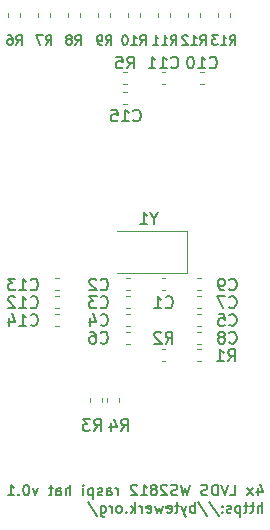
<source format=gbo>
G04 #@! TF.GenerationSoftware,KiCad,Pcbnew,5.0.0-rc2-unknown-dd436b6~65~ubuntu18.04.1*
G04 #@! TF.CreationDate,2018-06-27T22:19:06+02:00*
G04 #@! TF.ProjectId,raspi3-4xWS2812-lvds,7261737069332D34785753323831322D,rev?*
G04 #@! TF.SameCoordinates,Original*
G04 #@! TF.FileFunction,Legend,Bot*
G04 #@! TF.FilePolarity,Positive*
%FSLAX46Y46*%
G04 Gerber Fmt 4.6, Leading zero omitted, Abs format (unit mm)*
G04 Created by KiCad (PCBNEW 5.0.0-rc2-unknown-dd436b6~65~ubuntu18.04.1) date Wed Jun 27 22:19:06 2018*
%MOMM*%
%LPD*%
G01*
G04 APERTURE LIST*
%ADD10C,0.140000*%
%ADD11C,0.120000*%
%ADD12C,0.150000*%
G04 APERTURE END LIST*
D10*
X106959000Y-98012142D02*
X106959000Y-98612142D01*
X107173285Y-97669285D02*
X107387571Y-98312142D01*
X106830428Y-98312142D01*
X106573285Y-98612142D02*
X106101857Y-98012142D01*
X106573285Y-98012142D02*
X106101857Y-98612142D01*
X104644714Y-98612142D02*
X105073285Y-98612142D01*
X105073285Y-97712142D01*
X104473285Y-97712142D02*
X104173285Y-98612142D01*
X103873285Y-97712142D01*
X103573285Y-98612142D02*
X103573285Y-97712142D01*
X103359000Y-97712142D01*
X103230428Y-97755000D01*
X103144714Y-97840714D01*
X103101857Y-97926428D01*
X103059000Y-98097857D01*
X103059000Y-98226428D01*
X103101857Y-98397857D01*
X103144714Y-98483571D01*
X103230428Y-98569285D01*
X103359000Y-98612142D01*
X103573285Y-98612142D01*
X102716142Y-98569285D02*
X102587571Y-98612142D01*
X102373285Y-98612142D01*
X102287571Y-98569285D01*
X102244714Y-98526428D01*
X102201857Y-98440714D01*
X102201857Y-98355000D01*
X102244714Y-98269285D01*
X102287571Y-98226428D01*
X102373285Y-98183571D01*
X102544714Y-98140714D01*
X102630428Y-98097857D01*
X102673285Y-98055000D01*
X102716142Y-97969285D01*
X102716142Y-97883571D01*
X102673285Y-97797857D01*
X102630428Y-97755000D01*
X102544714Y-97712142D01*
X102330428Y-97712142D01*
X102201857Y-97755000D01*
X101216142Y-97712142D02*
X101001857Y-98612142D01*
X100830428Y-97969285D01*
X100659000Y-98612142D01*
X100444714Y-97712142D01*
X100144714Y-98569285D02*
X100016142Y-98612142D01*
X99801857Y-98612142D01*
X99716142Y-98569285D01*
X99673285Y-98526428D01*
X99630428Y-98440714D01*
X99630428Y-98355000D01*
X99673285Y-98269285D01*
X99716142Y-98226428D01*
X99801857Y-98183571D01*
X99973285Y-98140714D01*
X100059000Y-98097857D01*
X100101857Y-98055000D01*
X100144714Y-97969285D01*
X100144714Y-97883571D01*
X100101857Y-97797857D01*
X100059000Y-97755000D01*
X99973285Y-97712142D01*
X99759000Y-97712142D01*
X99630428Y-97755000D01*
X99287571Y-97797857D02*
X99244714Y-97755000D01*
X99159000Y-97712142D01*
X98944714Y-97712142D01*
X98859000Y-97755000D01*
X98816142Y-97797857D01*
X98773285Y-97883571D01*
X98773285Y-97969285D01*
X98816142Y-98097857D01*
X99330428Y-98612142D01*
X98773285Y-98612142D01*
X98259000Y-98097857D02*
X98344714Y-98055000D01*
X98387571Y-98012142D01*
X98430428Y-97926428D01*
X98430428Y-97883571D01*
X98387571Y-97797857D01*
X98344714Y-97755000D01*
X98259000Y-97712142D01*
X98087571Y-97712142D01*
X98001857Y-97755000D01*
X97959000Y-97797857D01*
X97916142Y-97883571D01*
X97916142Y-97926428D01*
X97959000Y-98012142D01*
X98001857Y-98055000D01*
X98087571Y-98097857D01*
X98259000Y-98097857D01*
X98344714Y-98140714D01*
X98387571Y-98183571D01*
X98430428Y-98269285D01*
X98430428Y-98440714D01*
X98387571Y-98526428D01*
X98344714Y-98569285D01*
X98259000Y-98612142D01*
X98087571Y-98612142D01*
X98001857Y-98569285D01*
X97959000Y-98526428D01*
X97916142Y-98440714D01*
X97916142Y-98269285D01*
X97959000Y-98183571D01*
X98001857Y-98140714D01*
X98087571Y-98097857D01*
X97059000Y-98612142D02*
X97573285Y-98612142D01*
X97316142Y-98612142D02*
X97316142Y-97712142D01*
X97401857Y-97840714D01*
X97487571Y-97926428D01*
X97573285Y-97969285D01*
X96716142Y-97797857D02*
X96673285Y-97755000D01*
X96587571Y-97712142D01*
X96373285Y-97712142D01*
X96287571Y-97755000D01*
X96244714Y-97797857D01*
X96201857Y-97883571D01*
X96201857Y-97969285D01*
X96244714Y-98097857D01*
X96759000Y-98612142D01*
X96201857Y-98612142D01*
X95130428Y-98612142D02*
X95130428Y-98012142D01*
X95130428Y-98183571D02*
X95087571Y-98097857D01*
X95044714Y-98055000D01*
X94959000Y-98012142D01*
X94873285Y-98012142D01*
X94187571Y-98612142D02*
X94187571Y-98140714D01*
X94230428Y-98055000D01*
X94316142Y-98012142D01*
X94487571Y-98012142D01*
X94573285Y-98055000D01*
X94187571Y-98569285D02*
X94273285Y-98612142D01*
X94487571Y-98612142D01*
X94573285Y-98569285D01*
X94616142Y-98483571D01*
X94616142Y-98397857D01*
X94573285Y-98312142D01*
X94487571Y-98269285D01*
X94273285Y-98269285D01*
X94187571Y-98226428D01*
X93801857Y-98569285D02*
X93716142Y-98612142D01*
X93544714Y-98612142D01*
X93459000Y-98569285D01*
X93416142Y-98483571D01*
X93416142Y-98440714D01*
X93459000Y-98355000D01*
X93544714Y-98312142D01*
X93673285Y-98312142D01*
X93759000Y-98269285D01*
X93801857Y-98183571D01*
X93801857Y-98140714D01*
X93759000Y-98055000D01*
X93673285Y-98012142D01*
X93544714Y-98012142D01*
X93459000Y-98055000D01*
X93030428Y-98012142D02*
X93030428Y-98912142D01*
X93030428Y-98055000D02*
X92944714Y-98012142D01*
X92773285Y-98012142D01*
X92687571Y-98055000D01*
X92644714Y-98097857D01*
X92601857Y-98183571D01*
X92601857Y-98440714D01*
X92644714Y-98526428D01*
X92687571Y-98569285D01*
X92773285Y-98612142D01*
X92944714Y-98612142D01*
X93030428Y-98569285D01*
X92216142Y-98612142D02*
X92216142Y-98012142D01*
X92216142Y-97712142D02*
X92259000Y-97755000D01*
X92216142Y-97797857D01*
X92173285Y-97755000D01*
X92216142Y-97712142D01*
X92216142Y-97797857D01*
X91101857Y-98612142D02*
X91101857Y-97712142D01*
X90716142Y-98612142D02*
X90716142Y-98140714D01*
X90759000Y-98055000D01*
X90844714Y-98012142D01*
X90973285Y-98012142D01*
X91059000Y-98055000D01*
X91101857Y-98097857D01*
X89901857Y-98612142D02*
X89901857Y-98140714D01*
X89944714Y-98055000D01*
X90030428Y-98012142D01*
X90201857Y-98012142D01*
X90287571Y-98055000D01*
X89901857Y-98569285D02*
X89987571Y-98612142D01*
X90201857Y-98612142D01*
X90287571Y-98569285D01*
X90330428Y-98483571D01*
X90330428Y-98397857D01*
X90287571Y-98312142D01*
X90201857Y-98269285D01*
X89987571Y-98269285D01*
X89901857Y-98226428D01*
X89601857Y-98012142D02*
X89259000Y-98012142D01*
X89473285Y-97712142D02*
X89473285Y-98483571D01*
X89430428Y-98569285D01*
X89344714Y-98612142D01*
X89259000Y-98612142D01*
X88359000Y-98012142D02*
X88144714Y-98612142D01*
X87930428Y-98012142D01*
X87416142Y-97712142D02*
X87330428Y-97712142D01*
X87244714Y-97755000D01*
X87201857Y-97797857D01*
X87159000Y-97883571D01*
X87116142Y-98055000D01*
X87116142Y-98269285D01*
X87159000Y-98440714D01*
X87201857Y-98526428D01*
X87244714Y-98569285D01*
X87330428Y-98612142D01*
X87416142Y-98612142D01*
X87501857Y-98569285D01*
X87544714Y-98526428D01*
X87587571Y-98440714D01*
X87630428Y-98269285D01*
X87630428Y-98055000D01*
X87587571Y-97883571D01*
X87544714Y-97797857D01*
X87501857Y-97755000D01*
X87416142Y-97712142D01*
X86730428Y-98526428D02*
X86687571Y-98569285D01*
X86730428Y-98612142D01*
X86773285Y-98569285D01*
X86730428Y-98526428D01*
X86730428Y-98612142D01*
X85830428Y-98612142D02*
X86344714Y-98612142D01*
X86087571Y-98612142D02*
X86087571Y-97712142D01*
X86173285Y-97840714D01*
X86259000Y-97926428D01*
X86344714Y-97969285D01*
X107344714Y-100102142D02*
X107344714Y-99202142D01*
X106959000Y-100102142D02*
X106959000Y-99630714D01*
X107001857Y-99545000D01*
X107087571Y-99502142D01*
X107216142Y-99502142D01*
X107301857Y-99545000D01*
X107344714Y-99587857D01*
X106659000Y-99502142D02*
X106316142Y-99502142D01*
X106530428Y-99202142D02*
X106530428Y-99973571D01*
X106487571Y-100059285D01*
X106401857Y-100102142D01*
X106316142Y-100102142D01*
X106144714Y-99502142D02*
X105801857Y-99502142D01*
X106016142Y-99202142D02*
X106016142Y-99973571D01*
X105973285Y-100059285D01*
X105887571Y-100102142D01*
X105801857Y-100102142D01*
X105501857Y-99502142D02*
X105501857Y-100402142D01*
X105501857Y-99545000D02*
X105416142Y-99502142D01*
X105244714Y-99502142D01*
X105159000Y-99545000D01*
X105116142Y-99587857D01*
X105073285Y-99673571D01*
X105073285Y-99930714D01*
X105116142Y-100016428D01*
X105159000Y-100059285D01*
X105244714Y-100102142D01*
X105416142Y-100102142D01*
X105501857Y-100059285D01*
X104730428Y-100059285D02*
X104644714Y-100102142D01*
X104473285Y-100102142D01*
X104387571Y-100059285D01*
X104344714Y-99973571D01*
X104344714Y-99930714D01*
X104387571Y-99845000D01*
X104473285Y-99802142D01*
X104601857Y-99802142D01*
X104687571Y-99759285D01*
X104730428Y-99673571D01*
X104730428Y-99630714D01*
X104687571Y-99545000D01*
X104601857Y-99502142D01*
X104473285Y-99502142D01*
X104387571Y-99545000D01*
X103959000Y-100016428D02*
X103916142Y-100059285D01*
X103959000Y-100102142D01*
X104001857Y-100059285D01*
X103959000Y-100016428D01*
X103959000Y-100102142D01*
X103959000Y-99545000D02*
X103916142Y-99587857D01*
X103959000Y-99630714D01*
X104001857Y-99587857D01*
X103959000Y-99545000D01*
X103959000Y-99630714D01*
X102887571Y-99159285D02*
X103659000Y-100316428D01*
X101944714Y-99159285D02*
X102716142Y-100316428D01*
X101644714Y-100102142D02*
X101644714Y-99202142D01*
X101644714Y-99545000D02*
X101559000Y-99502142D01*
X101387571Y-99502142D01*
X101301857Y-99545000D01*
X101259000Y-99587857D01*
X101216142Y-99673571D01*
X101216142Y-99930714D01*
X101259000Y-100016428D01*
X101301857Y-100059285D01*
X101387571Y-100102142D01*
X101559000Y-100102142D01*
X101644714Y-100059285D01*
X100916142Y-99502142D02*
X100701857Y-100102142D01*
X100487571Y-99502142D02*
X100701857Y-100102142D01*
X100787571Y-100316428D01*
X100830428Y-100359285D01*
X100916142Y-100402142D01*
X100273285Y-99502142D02*
X99930428Y-99502142D01*
X100144714Y-99202142D02*
X100144714Y-99973571D01*
X100101857Y-100059285D01*
X100016142Y-100102142D01*
X99930428Y-100102142D01*
X99287571Y-100059285D02*
X99373285Y-100102142D01*
X99544714Y-100102142D01*
X99630428Y-100059285D01*
X99673285Y-99973571D01*
X99673285Y-99630714D01*
X99630428Y-99545000D01*
X99544714Y-99502142D01*
X99373285Y-99502142D01*
X99287571Y-99545000D01*
X99244714Y-99630714D01*
X99244714Y-99716428D01*
X99673285Y-99802142D01*
X98944714Y-99502142D02*
X98773285Y-100102142D01*
X98601857Y-99673571D01*
X98430428Y-100102142D01*
X98259000Y-99502142D01*
X97573285Y-100059285D02*
X97659000Y-100102142D01*
X97830428Y-100102142D01*
X97916142Y-100059285D01*
X97959000Y-99973571D01*
X97959000Y-99630714D01*
X97916142Y-99545000D01*
X97830428Y-99502142D01*
X97659000Y-99502142D01*
X97573285Y-99545000D01*
X97530428Y-99630714D01*
X97530428Y-99716428D01*
X97959000Y-99802142D01*
X97144714Y-100102142D02*
X97144714Y-99502142D01*
X97144714Y-99673571D02*
X97101857Y-99587857D01*
X97059000Y-99545000D01*
X96973285Y-99502142D01*
X96887571Y-99502142D01*
X96587571Y-100102142D02*
X96587571Y-99202142D01*
X96501857Y-99759285D02*
X96244714Y-100102142D01*
X96244714Y-99502142D02*
X96587571Y-99845000D01*
X95859000Y-100016428D02*
X95816142Y-100059285D01*
X95859000Y-100102142D01*
X95901857Y-100059285D01*
X95859000Y-100016428D01*
X95859000Y-100102142D01*
X95301857Y-100102142D02*
X95387571Y-100059285D01*
X95430428Y-100016428D01*
X95473285Y-99930714D01*
X95473285Y-99673571D01*
X95430428Y-99587857D01*
X95387571Y-99545000D01*
X95301857Y-99502142D01*
X95173285Y-99502142D01*
X95087571Y-99545000D01*
X95044714Y-99587857D01*
X95001857Y-99673571D01*
X95001857Y-99930714D01*
X95044714Y-100016428D01*
X95087571Y-100059285D01*
X95173285Y-100102142D01*
X95301857Y-100102142D01*
X94616142Y-100102142D02*
X94616142Y-99502142D01*
X94616142Y-99673571D02*
X94573285Y-99587857D01*
X94530428Y-99545000D01*
X94444714Y-99502142D01*
X94359000Y-99502142D01*
X93673285Y-99502142D02*
X93673285Y-100230714D01*
X93716142Y-100316428D01*
X93758999Y-100359285D01*
X93844714Y-100402142D01*
X93973285Y-100402142D01*
X94058999Y-100359285D01*
X93673285Y-100059285D02*
X93758999Y-100102142D01*
X93930428Y-100102142D01*
X94016142Y-100059285D01*
X94058999Y-100016428D01*
X94101857Y-99930714D01*
X94101857Y-99673571D01*
X94058999Y-99587857D01*
X94016142Y-99545000D01*
X93930428Y-99502142D01*
X93758999Y-99502142D01*
X93673285Y-99545000D01*
X92601857Y-99159285D02*
X93373285Y-100316428D01*
D11*
G04 #@! TO.C,C1*
X99162779Y-80240000D02*
X98837221Y-80240000D01*
X99162779Y-81260000D02*
X98837221Y-81260000D01*
G04 #@! TO.C,C2*
X95837221Y-80240000D02*
X96162779Y-80240000D01*
X95837221Y-81260000D02*
X96162779Y-81260000D01*
G04 #@! TO.C,C3*
X96162779Y-82760000D02*
X95837221Y-82760000D01*
X96162779Y-81740000D02*
X95837221Y-81740000D01*
G04 #@! TO.C,C4*
X96162779Y-83240000D02*
X95837221Y-83240000D01*
X96162779Y-84260000D02*
X95837221Y-84260000D01*
G04 #@! TO.C,C5*
X101837221Y-83240000D02*
X102162779Y-83240000D01*
X101837221Y-84260000D02*
X102162779Y-84260000D01*
G04 #@! TO.C,C6*
X96162779Y-84740000D02*
X95837221Y-84740000D01*
X96162779Y-85760000D02*
X95837221Y-85760000D01*
G04 #@! TO.C,C7*
X101837221Y-82760000D02*
X102162779Y-82760000D01*
X101837221Y-81740000D02*
X102162779Y-81740000D01*
G04 #@! TO.C,C8*
X101837221Y-84740000D02*
X102162779Y-84740000D01*
X101837221Y-85760000D02*
X102162779Y-85760000D01*
G04 #@! TO.C,C9*
X101837221Y-81260000D02*
X102162779Y-81260000D01*
X101837221Y-80240000D02*
X102162779Y-80240000D01*
G04 #@! TO.C,C10*
X102087221Y-63760000D02*
X102412779Y-63760000D01*
X102087221Y-62740000D02*
X102412779Y-62740000D01*
G04 #@! TO.C,C11*
X99162779Y-63760000D02*
X98837221Y-63760000D01*
X99162779Y-62740000D02*
X98837221Y-62740000D01*
G04 #@! TO.C,C12*
X89837221Y-81740000D02*
X90162779Y-81740000D01*
X89837221Y-82760000D02*
X90162779Y-82760000D01*
G04 #@! TO.C,C13*
X89837221Y-81260000D02*
X90162779Y-81260000D01*
X89837221Y-80240000D02*
X90162779Y-80240000D01*
G04 #@! TO.C,C14*
X89837221Y-84260000D02*
X90162779Y-84260000D01*
X89837221Y-83240000D02*
X90162779Y-83240000D01*
G04 #@! TO.C,C15*
X95587221Y-64490000D02*
X95912779Y-64490000D01*
X95587221Y-65510000D02*
X95912779Y-65510000D01*
G04 #@! TO.C,R1*
X102162779Y-86240000D02*
X101837221Y-86240000D01*
X102162779Y-87260000D02*
X101837221Y-87260000D01*
G04 #@! TO.C,R2*
X99162779Y-87260000D02*
X98837221Y-87260000D01*
X99162779Y-86240000D02*
X98837221Y-86240000D01*
G04 #@! TO.C,R3*
X92740000Y-90337221D02*
X92740000Y-90662779D01*
X93760000Y-90337221D02*
X93760000Y-90662779D01*
G04 #@! TO.C,R4*
X95260000Y-90337221D02*
X95260000Y-90662779D01*
X94240000Y-90337221D02*
X94240000Y-90662779D01*
G04 #@! TO.C,R5*
X95587221Y-62740000D02*
X95912779Y-62740000D01*
X95587221Y-63760000D02*
X95912779Y-63760000D01*
G04 #@! TO.C,R6*
X85850000Y-57774721D02*
X85850000Y-58100279D01*
X86870000Y-57774721D02*
X86870000Y-58100279D01*
G04 #@! TO.C,R7*
X89410000Y-57774721D02*
X89410000Y-58100279D01*
X88390000Y-57774721D02*
X88390000Y-58100279D01*
G04 #@! TO.C,R8*
X90930000Y-57774721D02*
X90930000Y-58100279D01*
X91950000Y-57774721D02*
X91950000Y-58100279D01*
G04 #@! TO.C,R9*
X93470000Y-57774721D02*
X93470000Y-58100279D01*
X94490000Y-57774721D02*
X94490000Y-58100279D01*
G04 #@! TO.C,R10*
X97030000Y-57774721D02*
X97030000Y-58100279D01*
X96010000Y-57774721D02*
X96010000Y-58100279D01*
G04 #@! TO.C,R11*
X98550000Y-57774721D02*
X98550000Y-58100279D01*
X99570000Y-57774721D02*
X99570000Y-58100279D01*
G04 #@! TO.C,R12*
X102110000Y-57774721D02*
X102110000Y-58100279D01*
X101090000Y-57774721D02*
X101090000Y-58100279D01*
G04 #@! TO.C,R13*
X103630000Y-57774721D02*
X103630000Y-58100279D01*
X104650000Y-57774721D02*
X104650000Y-58100279D01*
G04 #@! TO.C,Y1*
X95050000Y-76200000D02*
X100950000Y-76200000D01*
X100950000Y-76200000D02*
X100950000Y-79800000D01*
X100950000Y-79800000D02*
X95050000Y-79800000D01*
G04 #@! TO.C,C1*
D12*
X99166666Y-82657142D02*
X99214285Y-82704761D01*
X99357142Y-82752380D01*
X99452380Y-82752380D01*
X99595238Y-82704761D01*
X99690476Y-82609523D01*
X99738095Y-82514285D01*
X99785714Y-82323809D01*
X99785714Y-82180952D01*
X99738095Y-81990476D01*
X99690476Y-81895238D01*
X99595238Y-81800000D01*
X99452380Y-81752380D01*
X99357142Y-81752380D01*
X99214285Y-81800000D01*
X99166666Y-81847619D01*
X98214285Y-82752380D02*
X98785714Y-82752380D01*
X98500000Y-82752380D02*
X98500000Y-81752380D01*
X98595238Y-81895238D01*
X98690476Y-81990476D01*
X98785714Y-82038095D01*
G04 #@! TO.C,C2*
X93666666Y-81157142D02*
X93714285Y-81204761D01*
X93857142Y-81252380D01*
X93952380Y-81252380D01*
X94095238Y-81204761D01*
X94190476Y-81109523D01*
X94238095Y-81014285D01*
X94285714Y-80823809D01*
X94285714Y-80680952D01*
X94238095Y-80490476D01*
X94190476Y-80395238D01*
X94095238Y-80300000D01*
X93952380Y-80252380D01*
X93857142Y-80252380D01*
X93714285Y-80300000D01*
X93666666Y-80347619D01*
X93285714Y-80347619D02*
X93238095Y-80300000D01*
X93142857Y-80252380D01*
X92904761Y-80252380D01*
X92809523Y-80300000D01*
X92761904Y-80347619D01*
X92714285Y-80442857D01*
X92714285Y-80538095D01*
X92761904Y-80680952D01*
X93333333Y-81252380D01*
X92714285Y-81252380D01*
G04 #@! TO.C,C3*
X93666666Y-82657142D02*
X93714285Y-82704761D01*
X93857142Y-82752380D01*
X93952380Y-82752380D01*
X94095238Y-82704761D01*
X94190476Y-82609523D01*
X94238095Y-82514285D01*
X94285714Y-82323809D01*
X94285714Y-82180952D01*
X94238095Y-81990476D01*
X94190476Y-81895238D01*
X94095238Y-81800000D01*
X93952380Y-81752380D01*
X93857142Y-81752380D01*
X93714285Y-81800000D01*
X93666666Y-81847619D01*
X93333333Y-81752380D02*
X92714285Y-81752380D01*
X93047619Y-82133333D01*
X92904761Y-82133333D01*
X92809523Y-82180952D01*
X92761904Y-82228571D01*
X92714285Y-82323809D01*
X92714285Y-82561904D01*
X92761904Y-82657142D01*
X92809523Y-82704761D01*
X92904761Y-82752380D01*
X93190476Y-82752380D01*
X93285714Y-82704761D01*
X93333333Y-82657142D01*
G04 #@! TO.C,C4*
X93666666Y-84157142D02*
X93714285Y-84204761D01*
X93857142Y-84252380D01*
X93952380Y-84252380D01*
X94095238Y-84204761D01*
X94190476Y-84109523D01*
X94238095Y-84014285D01*
X94285714Y-83823809D01*
X94285714Y-83680952D01*
X94238095Y-83490476D01*
X94190476Y-83395238D01*
X94095238Y-83300000D01*
X93952380Y-83252380D01*
X93857142Y-83252380D01*
X93714285Y-83300000D01*
X93666666Y-83347619D01*
X92809523Y-83585714D02*
X92809523Y-84252380D01*
X93047619Y-83204761D02*
X93285714Y-83919047D01*
X92666666Y-83919047D01*
G04 #@! TO.C,C5*
X104566666Y-84157142D02*
X104614285Y-84204761D01*
X104757142Y-84252380D01*
X104852380Y-84252380D01*
X104995238Y-84204761D01*
X105090476Y-84109523D01*
X105138095Y-84014285D01*
X105185714Y-83823809D01*
X105185714Y-83680952D01*
X105138095Y-83490476D01*
X105090476Y-83395238D01*
X104995238Y-83300000D01*
X104852380Y-83252380D01*
X104757142Y-83252380D01*
X104614285Y-83300000D01*
X104566666Y-83347619D01*
X103661904Y-83252380D02*
X104138095Y-83252380D01*
X104185714Y-83728571D01*
X104138095Y-83680952D01*
X104042857Y-83633333D01*
X103804761Y-83633333D01*
X103709523Y-83680952D01*
X103661904Y-83728571D01*
X103614285Y-83823809D01*
X103614285Y-84061904D01*
X103661904Y-84157142D01*
X103709523Y-84204761D01*
X103804761Y-84252380D01*
X104042857Y-84252380D01*
X104138095Y-84204761D01*
X104185714Y-84157142D01*
G04 #@! TO.C,C6*
X93666666Y-85657142D02*
X93714285Y-85704761D01*
X93857142Y-85752380D01*
X93952380Y-85752380D01*
X94095238Y-85704761D01*
X94190476Y-85609523D01*
X94238095Y-85514285D01*
X94285714Y-85323809D01*
X94285714Y-85180952D01*
X94238095Y-84990476D01*
X94190476Y-84895238D01*
X94095238Y-84800000D01*
X93952380Y-84752380D01*
X93857142Y-84752380D01*
X93714285Y-84800000D01*
X93666666Y-84847619D01*
X92809523Y-84752380D02*
X93000000Y-84752380D01*
X93095238Y-84800000D01*
X93142857Y-84847619D01*
X93238095Y-84990476D01*
X93285714Y-85180952D01*
X93285714Y-85561904D01*
X93238095Y-85657142D01*
X93190476Y-85704761D01*
X93095238Y-85752380D01*
X92904761Y-85752380D01*
X92809523Y-85704761D01*
X92761904Y-85657142D01*
X92714285Y-85561904D01*
X92714285Y-85323809D01*
X92761904Y-85228571D01*
X92809523Y-85180952D01*
X92904761Y-85133333D01*
X93095238Y-85133333D01*
X93190476Y-85180952D01*
X93238095Y-85228571D01*
X93285714Y-85323809D01*
G04 #@! TO.C,C7*
X104566666Y-82657142D02*
X104614285Y-82704761D01*
X104757142Y-82752380D01*
X104852380Y-82752380D01*
X104995238Y-82704761D01*
X105090476Y-82609523D01*
X105138095Y-82514285D01*
X105185714Y-82323809D01*
X105185714Y-82180952D01*
X105138095Y-81990476D01*
X105090476Y-81895238D01*
X104995238Y-81800000D01*
X104852380Y-81752380D01*
X104757142Y-81752380D01*
X104614285Y-81800000D01*
X104566666Y-81847619D01*
X104233333Y-81752380D02*
X103566666Y-81752380D01*
X103995238Y-82752380D01*
G04 #@! TO.C,C8*
X104566666Y-85657142D02*
X104614285Y-85704761D01*
X104757142Y-85752380D01*
X104852380Y-85752380D01*
X104995238Y-85704761D01*
X105090476Y-85609523D01*
X105138095Y-85514285D01*
X105185714Y-85323809D01*
X105185714Y-85180952D01*
X105138095Y-84990476D01*
X105090476Y-84895238D01*
X104995238Y-84800000D01*
X104852380Y-84752380D01*
X104757142Y-84752380D01*
X104614285Y-84800000D01*
X104566666Y-84847619D01*
X103995238Y-85180952D02*
X104090476Y-85133333D01*
X104138095Y-85085714D01*
X104185714Y-84990476D01*
X104185714Y-84942857D01*
X104138095Y-84847619D01*
X104090476Y-84800000D01*
X103995238Y-84752380D01*
X103804761Y-84752380D01*
X103709523Y-84800000D01*
X103661904Y-84847619D01*
X103614285Y-84942857D01*
X103614285Y-84990476D01*
X103661904Y-85085714D01*
X103709523Y-85133333D01*
X103804761Y-85180952D01*
X103995238Y-85180952D01*
X104090476Y-85228571D01*
X104138095Y-85276190D01*
X104185714Y-85371428D01*
X104185714Y-85561904D01*
X104138095Y-85657142D01*
X104090476Y-85704761D01*
X103995238Y-85752380D01*
X103804761Y-85752380D01*
X103709523Y-85704761D01*
X103661904Y-85657142D01*
X103614285Y-85561904D01*
X103614285Y-85371428D01*
X103661904Y-85276190D01*
X103709523Y-85228571D01*
X103804761Y-85180952D01*
G04 #@! TO.C,C9*
X104566666Y-81157142D02*
X104614285Y-81204761D01*
X104757142Y-81252380D01*
X104852380Y-81252380D01*
X104995238Y-81204761D01*
X105090476Y-81109523D01*
X105138095Y-81014285D01*
X105185714Y-80823809D01*
X105185714Y-80680952D01*
X105138095Y-80490476D01*
X105090476Y-80395238D01*
X104995238Y-80300000D01*
X104852380Y-80252380D01*
X104757142Y-80252380D01*
X104614285Y-80300000D01*
X104566666Y-80347619D01*
X104090476Y-81252380D02*
X103900000Y-81252380D01*
X103804761Y-81204761D01*
X103757142Y-81157142D01*
X103661904Y-81014285D01*
X103614285Y-80823809D01*
X103614285Y-80442857D01*
X103661904Y-80347619D01*
X103709523Y-80300000D01*
X103804761Y-80252380D01*
X103995238Y-80252380D01*
X104090476Y-80300000D01*
X104138095Y-80347619D01*
X104185714Y-80442857D01*
X104185714Y-80680952D01*
X104138095Y-80776190D01*
X104090476Y-80823809D01*
X103995238Y-80871428D01*
X103804761Y-80871428D01*
X103709523Y-80823809D01*
X103661904Y-80776190D01*
X103614285Y-80680952D01*
G04 #@! TO.C,C10*
X102892857Y-62357142D02*
X102940476Y-62404761D01*
X103083333Y-62452380D01*
X103178571Y-62452380D01*
X103321428Y-62404761D01*
X103416666Y-62309523D01*
X103464285Y-62214285D01*
X103511904Y-62023809D01*
X103511904Y-61880952D01*
X103464285Y-61690476D01*
X103416666Y-61595238D01*
X103321428Y-61500000D01*
X103178571Y-61452380D01*
X103083333Y-61452380D01*
X102940476Y-61500000D01*
X102892857Y-61547619D01*
X101940476Y-62452380D02*
X102511904Y-62452380D01*
X102226190Y-62452380D02*
X102226190Y-61452380D01*
X102321428Y-61595238D01*
X102416666Y-61690476D01*
X102511904Y-61738095D01*
X101321428Y-61452380D02*
X101226190Y-61452380D01*
X101130952Y-61500000D01*
X101083333Y-61547619D01*
X101035714Y-61642857D01*
X100988095Y-61833333D01*
X100988095Y-62071428D01*
X101035714Y-62261904D01*
X101083333Y-62357142D01*
X101130952Y-62404761D01*
X101226190Y-62452380D01*
X101321428Y-62452380D01*
X101416666Y-62404761D01*
X101464285Y-62357142D01*
X101511904Y-62261904D01*
X101559523Y-62071428D01*
X101559523Y-61833333D01*
X101511904Y-61642857D01*
X101464285Y-61547619D01*
X101416666Y-61500000D01*
X101321428Y-61452380D01*
G04 #@! TO.C,C11*
X99642857Y-62357142D02*
X99690476Y-62404761D01*
X99833333Y-62452380D01*
X99928571Y-62452380D01*
X100071428Y-62404761D01*
X100166666Y-62309523D01*
X100214285Y-62214285D01*
X100261904Y-62023809D01*
X100261904Y-61880952D01*
X100214285Y-61690476D01*
X100166666Y-61595238D01*
X100071428Y-61500000D01*
X99928571Y-61452380D01*
X99833333Y-61452380D01*
X99690476Y-61500000D01*
X99642857Y-61547619D01*
X98690476Y-62452380D02*
X99261904Y-62452380D01*
X98976190Y-62452380D02*
X98976190Y-61452380D01*
X99071428Y-61595238D01*
X99166666Y-61690476D01*
X99261904Y-61738095D01*
X97738095Y-62452380D02*
X98309523Y-62452380D01*
X98023809Y-62452380D02*
X98023809Y-61452380D01*
X98119047Y-61595238D01*
X98214285Y-61690476D01*
X98309523Y-61738095D01*
G04 #@! TO.C,C12*
X87742857Y-82657142D02*
X87790476Y-82704761D01*
X87933333Y-82752380D01*
X88028571Y-82752380D01*
X88171428Y-82704761D01*
X88266666Y-82609523D01*
X88314285Y-82514285D01*
X88361904Y-82323809D01*
X88361904Y-82180952D01*
X88314285Y-81990476D01*
X88266666Y-81895238D01*
X88171428Y-81800000D01*
X88028571Y-81752380D01*
X87933333Y-81752380D01*
X87790476Y-81800000D01*
X87742857Y-81847619D01*
X86790476Y-82752380D02*
X87361904Y-82752380D01*
X87076190Y-82752380D02*
X87076190Y-81752380D01*
X87171428Y-81895238D01*
X87266666Y-81990476D01*
X87361904Y-82038095D01*
X86409523Y-81847619D02*
X86361904Y-81800000D01*
X86266666Y-81752380D01*
X86028571Y-81752380D01*
X85933333Y-81800000D01*
X85885714Y-81847619D01*
X85838095Y-81942857D01*
X85838095Y-82038095D01*
X85885714Y-82180952D01*
X86457142Y-82752380D01*
X85838095Y-82752380D01*
G04 #@! TO.C,C13*
X87742857Y-81157142D02*
X87790476Y-81204761D01*
X87933333Y-81252380D01*
X88028571Y-81252380D01*
X88171428Y-81204761D01*
X88266666Y-81109523D01*
X88314285Y-81014285D01*
X88361904Y-80823809D01*
X88361904Y-80680952D01*
X88314285Y-80490476D01*
X88266666Y-80395238D01*
X88171428Y-80300000D01*
X88028571Y-80252380D01*
X87933333Y-80252380D01*
X87790476Y-80300000D01*
X87742857Y-80347619D01*
X86790476Y-81252380D02*
X87361904Y-81252380D01*
X87076190Y-81252380D02*
X87076190Y-80252380D01*
X87171428Y-80395238D01*
X87266666Y-80490476D01*
X87361904Y-80538095D01*
X86457142Y-80252380D02*
X85838095Y-80252380D01*
X86171428Y-80633333D01*
X86028571Y-80633333D01*
X85933333Y-80680952D01*
X85885714Y-80728571D01*
X85838095Y-80823809D01*
X85838095Y-81061904D01*
X85885714Y-81157142D01*
X85933333Y-81204761D01*
X86028571Y-81252380D01*
X86314285Y-81252380D01*
X86409523Y-81204761D01*
X86457142Y-81157142D01*
G04 #@! TO.C,C14*
X87742857Y-84157142D02*
X87790476Y-84204761D01*
X87933333Y-84252380D01*
X88028571Y-84252380D01*
X88171428Y-84204761D01*
X88266666Y-84109523D01*
X88314285Y-84014285D01*
X88361904Y-83823809D01*
X88361904Y-83680952D01*
X88314285Y-83490476D01*
X88266666Y-83395238D01*
X88171428Y-83300000D01*
X88028571Y-83252380D01*
X87933333Y-83252380D01*
X87790476Y-83300000D01*
X87742857Y-83347619D01*
X86790476Y-84252380D02*
X87361904Y-84252380D01*
X87076190Y-84252380D02*
X87076190Y-83252380D01*
X87171428Y-83395238D01*
X87266666Y-83490476D01*
X87361904Y-83538095D01*
X85933333Y-83585714D02*
X85933333Y-84252380D01*
X86171428Y-83204761D02*
X86409523Y-83919047D01*
X85790476Y-83919047D01*
G04 #@! TO.C,C15*
X96442857Y-66857142D02*
X96490476Y-66904761D01*
X96633333Y-66952380D01*
X96728571Y-66952380D01*
X96871428Y-66904761D01*
X96966666Y-66809523D01*
X97014285Y-66714285D01*
X97061904Y-66523809D01*
X97061904Y-66380952D01*
X97014285Y-66190476D01*
X96966666Y-66095238D01*
X96871428Y-66000000D01*
X96728571Y-65952380D01*
X96633333Y-65952380D01*
X96490476Y-66000000D01*
X96442857Y-66047619D01*
X95490476Y-66952380D02*
X96061904Y-66952380D01*
X95776190Y-66952380D02*
X95776190Y-65952380D01*
X95871428Y-66095238D01*
X95966666Y-66190476D01*
X96061904Y-66238095D01*
X94585714Y-65952380D02*
X95061904Y-65952380D01*
X95109523Y-66428571D01*
X95061904Y-66380952D01*
X94966666Y-66333333D01*
X94728571Y-66333333D01*
X94633333Y-66380952D01*
X94585714Y-66428571D01*
X94538095Y-66523809D01*
X94538095Y-66761904D01*
X94585714Y-66857142D01*
X94633333Y-66904761D01*
X94728571Y-66952380D01*
X94966666Y-66952380D01*
X95061904Y-66904761D01*
X95109523Y-66857142D01*
G04 #@! TO.C,R1*
X104466666Y-87252380D02*
X104800000Y-86776190D01*
X105038095Y-87252380D02*
X105038095Y-86252380D01*
X104657142Y-86252380D01*
X104561904Y-86300000D01*
X104514285Y-86347619D01*
X104466666Y-86442857D01*
X104466666Y-86585714D01*
X104514285Y-86680952D01*
X104561904Y-86728571D01*
X104657142Y-86776190D01*
X105038095Y-86776190D01*
X103514285Y-87252380D02*
X104085714Y-87252380D01*
X103800000Y-87252380D02*
X103800000Y-86252380D01*
X103895238Y-86395238D01*
X103990476Y-86490476D01*
X104085714Y-86538095D01*
G04 #@! TO.C,R2*
X99166666Y-85752380D02*
X99500000Y-85276190D01*
X99738095Y-85752380D02*
X99738095Y-84752380D01*
X99357142Y-84752380D01*
X99261904Y-84800000D01*
X99214285Y-84847619D01*
X99166666Y-84942857D01*
X99166666Y-85085714D01*
X99214285Y-85180952D01*
X99261904Y-85228571D01*
X99357142Y-85276190D01*
X99738095Y-85276190D01*
X98785714Y-84847619D02*
X98738095Y-84800000D01*
X98642857Y-84752380D01*
X98404761Y-84752380D01*
X98309523Y-84800000D01*
X98261904Y-84847619D01*
X98214285Y-84942857D01*
X98214285Y-85038095D01*
X98261904Y-85180952D01*
X98833333Y-85752380D01*
X98214285Y-85752380D01*
G04 #@! TO.C,R3*
X93116666Y-93152380D02*
X93450000Y-92676190D01*
X93688095Y-93152380D02*
X93688095Y-92152380D01*
X93307142Y-92152380D01*
X93211904Y-92200000D01*
X93164285Y-92247619D01*
X93116666Y-92342857D01*
X93116666Y-92485714D01*
X93164285Y-92580952D01*
X93211904Y-92628571D01*
X93307142Y-92676190D01*
X93688095Y-92676190D01*
X92783333Y-92152380D02*
X92164285Y-92152380D01*
X92497619Y-92533333D01*
X92354761Y-92533333D01*
X92259523Y-92580952D01*
X92211904Y-92628571D01*
X92164285Y-92723809D01*
X92164285Y-92961904D01*
X92211904Y-93057142D01*
X92259523Y-93104761D01*
X92354761Y-93152380D01*
X92640476Y-93152380D01*
X92735714Y-93104761D01*
X92783333Y-93057142D01*
G04 #@! TO.C,R4*
X95416666Y-93152380D02*
X95750000Y-92676190D01*
X95988095Y-93152380D02*
X95988095Y-92152380D01*
X95607142Y-92152380D01*
X95511904Y-92200000D01*
X95464285Y-92247619D01*
X95416666Y-92342857D01*
X95416666Y-92485714D01*
X95464285Y-92580952D01*
X95511904Y-92628571D01*
X95607142Y-92676190D01*
X95988095Y-92676190D01*
X94559523Y-92485714D02*
X94559523Y-93152380D01*
X94797619Y-92104761D02*
X95035714Y-92819047D01*
X94416666Y-92819047D01*
G04 #@! TO.C,R5*
X95916666Y-62452380D02*
X96250000Y-61976190D01*
X96488095Y-62452380D02*
X96488095Y-61452380D01*
X96107142Y-61452380D01*
X96011904Y-61500000D01*
X95964285Y-61547619D01*
X95916666Y-61642857D01*
X95916666Y-61785714D01*
X95964285Y-61880952D01*
X96011904Y-61928571D01*
X96107142Y-61976190D01*
X96488095Y-61976190D01*
X95011904Y-61452380D02*
X95488095Y-61452380D01*
X95535714Y-61928571D01*
X95488095Y-61880952D01*
X95392857Y-61833333D01*
X95154761Y-61833333D01*
X95059523Y-61880952D01*
X95011904Y-61928571D01*
X94964285Y-62023809D01*
X94964285Y-62261904D01*
X95011904Y-62357142D01*
X95059523Y-62404761D01*
X95154761Y-62452380D01*
X95392857Y-62452380D01*
X95488095Y-62404761D01*
X95535714Y-62357142D01*
G04 #@! TO.C,R6*
X86533333Y-60461904D02*
X86800000Y-60080952D01*
X86990476Y-60461904D02*
X86990476Y-59661904D01*
X86685714Y-59661904D01*
X86609523Y-59700000D01*
X86571428Y-59738095D01*
X86533333Y-59814285D01*
X86533333Y-59928571D01*
X86571428Y-60004761D01*
X86609523Y-60042857D01*
X86685714Y-60080952D01*
X86990476Y-60080952D01*
X85847619Y-59661904D02*
X86000000Y-59661904D01*
X86076190Y-59700000D01*
X86114285Y-59738095D01*
X86190476Y-59852380D01*
X86228571Y-60004761D01*
X86228571Y-60309523D01*
X86190476Y-60385714D01*
X86152380Y-60423809D01*
X86076190Y-60461904D01*
X85923809Y-60461904D01*
X85847619Y-60423809D01*
X85809523Y-60385714D01*
X85771428Y-60309523D01*
X85771428Y-60119047D01*
X85809523Y-60042857D01*
X85847619Y-60004761D01*
X85923809Y-59966666D01*
X86076190Y-59966666D01*
X86152380Y-60004761D01*
X86190476Y-60042857D01*
X86228571Y-60119047D01*
G04 #@! TO.C,R7*
X89033333Y-60461904D02*
X89300000Y-60080952D01*
X89490476Y-60461904D02*
X89490476Y-59661904D01*
X89185714Y-59661904D01*
X89109523Y-59700000D01*
X89071428Y-59738095D01*
X89033333Y-59814285D01*
X89033333Y-59928571D01*
X89071428Y-60004761D01*
X89109523Y-60042857D01*
X89185714Y-60080952D01*
X89490476Y-60080952D01*
X88766666Y-59661904D02*
X88233333Y-59661904D01*
X88576190Y-60461904D01*
G04 #@! TO.C,R8*
X91533333Y-60461904D02*
X91800000Y-60080952D01*
X91990476Y-60461904D02*
X91990476Y-59661904D01*
X91685714Y-59661904D01*
X91609523Y-59700000D01*
X91571428Y-59738095D01*
X91533333Y-59814285D01*
X91533333Y-59928571D01*
X91571428Y-60004761D01*
X91609523Y-60042857D01*
X91685714Y-60080952D01*
X91990476Y-60080952D01*
X91076190Y-60004761D02*
X91152380Y-59966666D01*
X91190476Y-59928571D01*
X91228571Y-59852380D01*
X91228571Y-59814285D01*
X91190476Y-59738095D01*
X91152380Y-59700000D01*
X91076190Y-59661904D01*
X90923809Y-59661904D01*
X90847619Y-59700000D01*
X90809523Y-59738095D01*
X90771428Y-59814285D01*
X90771428Y-59852380D01*
X90809523Y-59928571D01*
X90847619Y-59966666D01*
X90923809Y-60004761D01*
X91076190Y-60004761D01*
X91152380Y-60042857D01*
X91190476Y-60080952D01*
X91228571Y-60157142D01*
X91228571Y-60309523D01*
X91190476Y-60385714D01*
X91152380Y-60423809D01*
X91076190Y-60461904D01*
X90923809Y-60461904D01*
X90847619Y-60423809D01*
X90809523Y-60385714D01*
X90771428Y-60309523D01*
X90771428Y-60157142D01*
X90809523Y-60080952D01*
X90847619Y-60042857D01*
X90923809Y-60004761D01*
G04 #@! TO.C,R9*
X94133333Y-60461904D02*
X94400000Y-60080952D01*
X94590476Y-60461904D02*
X94590476Y-59661904D01*
X94285714Y-59661904D01*
X94209523Y-59700000D01*
X94171428Y-59738095D01*
X94133333Y-59814285D01*
X94133333Y-59928571D01*
X94171428Y-60004761D01*
X94209523Y-60042857D01*
X94285714Y-60080952D01*
X94590476Y-60080952D01*
X93752380Y-60461904D02*
X93600000Y-60461904D01*
X93523809Y-60423809D01*
X93485714Y-60385714D01*
X93409523Y-60271428D01*
X93371428Y-60119047D01*
X93371428Y-59814285D01*
X93409523Y-59738095D01*
X93447619Y-59700000D01*
X93523809Y-59661904D01*
X93676190Y-59661904D01*
X93752380Y-59700000D01*
X93790476Y-59738095D01*
X93828571Y-59814285D01*
X93828571Y-60004761D01*
X93790476Y-60080952D01*
X93752380Y-60119047D01*
X93676190Y-60157142D01*
X93523809Y-60157142D01*
X93447619Y-60119047D01*
X93409523Y-60080952D01*
X93371428Y-60004761D01*
G04 #@! TO.C,R10*
X97014285Y-60461904D02*
X97280952Y-60080952D01*
X97471428Y-60461904D02*
X97471428Y-59661904D01*
X97166666Y-59661904D01*
X97090476Y-59700000D01*
X97052380Y-59738095D01*
X97014285Y-59814285D01*
X97014285Y-59928571D01*
X97052380Y-60004761D01*
X97090476Y-60042857D01*
X97166666Y-60080952D01*
X97471428Y-60080952D01*
X96252380Y-60461904D02*
X96709523Y-60461904D01*
X96480952Y-60461904D02*
X96480952Y-59661904D01*
X96557142Y-59776190D01*
X96633333Y-59852380D01*
X96709523Y-59890476D01*
X95757142Y-59661904D02*
X95680952Y-59661904D01*
X95604761Y-59700000D01*
X95566666Y-59738095D01*
X95528571Y-59814285D01*
X95490476Y-59966666D01*
X95490476Y-60157142D01*
X95528571Y-60309523D01*
X95566666Y-60385714D01*
X95604761Y-60423809D01*
X95680952Y-60461904D01*
X95757142Y-60461904D01*
X95833333Y-60423809D01*
X95871428Y-60385714D01*
X95909523Y-60309523D01*
X95947619Y-60157142D01*
X95947619Y-59966666D01*
X95909523Y-59814285D01*
X95871428Y-59738095D01*
X95833333Y-59700000D01*
X95757142Y-59661904D01*
G04 #@! TO.C,R11*
X99614285Y-60461904D02*
X99880952Y-60080952D01*
X100071428Y-60461904D02*
X100071428Y-59661904D01*
X99766666Y-59661904D01*
X99690476Y-59700000D01*
X99652380Y-59738095D01*
X99614285Y-59814285D01*
X99614285Y-59928571D01*
X99652380Y-60004761D01*
X99690476Y-60042857D01*
X99766666Y-60080952D01*
X100071428Y-60080952D01*
X98852380Y-60461904D02*
X99309523Y-60461904D01*
X99080952Y-60461904D02*
X99080952Y-59661904D01*
X99157142Y-59776190D01*
X99233333Y-59852380D01*
X99309523Y-59890476D01*
X98090476Y-60461904D02*
X98547619Y-60461904D01*
X98319047Y-60461904D02*
X98319047Y-59661904D01*
X98395238Y-59776190D01*
X98471428Y-59852380D01*
X98547619Y-59890476D01*
G04 #@! TO.C,R12*
X102114285Y-60461904D02*
X102380952Y-60080952D01*
X102571428Y-60461904D02*
X102571428Y-59661904D01*
X102266666Y-59661904D01*
X102190476Y-59700000D01*
X102152380Y-59738095D01*
X102114285Y-59814285D01*
X102114285Y-59928571D01*
X102152380Y-60004761D01*
X102190476Y-60042857D01*
X102266666Y-60080952D01*
X102571428Y-60080952D01*
X101352380Y-60461904D02*
X101809523Y-60461904D01*
X101580952Y-60461904D02*
X101580952Y-59661904D01*
X101657142Y-59776190D01*
X101733333Y-59852380D01*
X101809523Y-59890476D01*
X101047619Y-59738095D02*
X101009523Y-59700000D01*
X100933333Y-59661904D01*
X100742857Y-59661904D01*
X100666666Y-59700000D01*
X100628571Y-59738095D01*
X100590476Y-59814285D01*
X100590476Y-59890476D01*
X100628571Y-60004761D01*
X101085714Y-60461904D01*
X100590476Y-60461904D01*
G04 #@! TO.C,R13*
X104614285Y-60461904D02*
X104880952Y-60080952D01*
X105071428Y-60461904D02*
X105071428Y-59661904D01*
X104766666Y-59661904D01*
X104690476Y-59700000D01*
X104652380Y-59738095D01*
X104614285Y-59814285D01*
X104614285Y-59928571D01*
X104652380Y-60004761D01*
X104690476Y-60042857D01*
X104766666Y-60080952D01*
X105071428Y-60080952D01*
X103852380Y-60461904D02*
X104309523Y-60461904D01*
X104080952Y-60461904D02*
X104080952Y-59661904D01*
X104157142Y-59776190D01*
X104233333Y-59852380D01*
X104309523Y-59890476D01*
X103585714Y-59661904D02*
X103090476Y-59661904D01*
X103357142Y-59966666D01*
X103242857Y-59966666D01*
X103166666Y-60004761D01*
X103128571Y-60042857D01*
X103090476Y-60119047D01*
X103090476Y-60309523D01*
X103128571Y-60385714D01*
X103166666Y-60423809D01*
X103242857Y-60461904D01*
X103471428Y-60461904D01*
X103547619Y-60423809D01*
X103585714Y-60385714D01*
G04 #@! TO.C,Y1*
X98226190Y-75176190D02*
X98226190Y-75652380D01*
X98559523Y-74652380D02*
X98226190Y-75176190D01*
X97892857Y-74652380D01*
X97035714Y-75652380D02*
X97607142Y-75652380D01*
X97321428Y-75652380D02*
X97321428Y-74652380D01*
X97416666Y-74795238D01*
X97511904Y-74890476D01*
X97607142Y-74938095D01*
G04 #@! TD*
M02*

</source>
